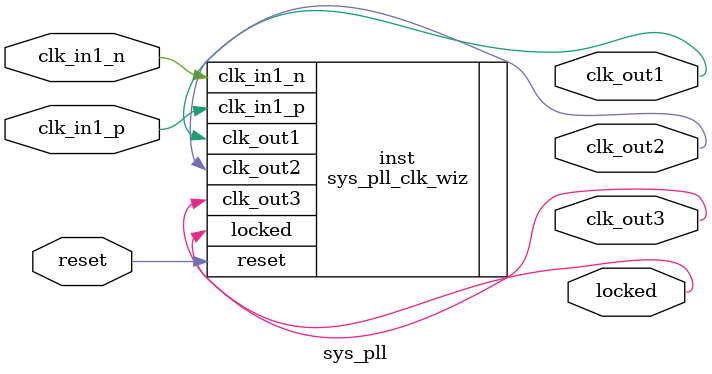
<source format=v>


`timescale 1ps/1ps

(* CORE_GENERATION_INFO = "sys_pll,clk_wiz_v6_0_3_0_0,{component_name=sys_pll,use_phase_alignment=false,use_min_o_jitter=false,use_max_i_jitter=false,use_dyn_phase_shift=false,use_inclk_switchover=false,use_dyn_reconfig=false,enable_axi=0,feedback_source=FDBK_AUTO,PRIMITIVE=MMCM,num_out_clk=3,clkin1_period=5.000,clkin2_period=10.0,use_power_down=false,use_reset=true,use_locked=true,use_inclk_stopped=false,feedback_type=SINGLE,CLOCK_MGR_TYPE=NA,manual_override=false}" *)

module sys_pll 
 (
  // Clock out ports
  output        clk_out1,
  output        clk_out2,
  output        clk_out3,
  // Status and control signals
  input         reset,
  output        locked,
 // Clock in ports
  input         clk_in1_p,
  input         clk_in1_n
 );

  sys_pll_clk_wiz inst
  (
  // Clock out ports  
  .clk_out1(clk_out1),
  .clk_out2(clk_out2),
  .clk_out3(clk_out3),
  // Status and control signals               
  .reset(reset), 
  .locked(locked),
 // Clock in ports
  .clk_in1_p(clk_in1_p),
  .clk_in1_n(clk_in1_n)
  );

endmodule

</source>
